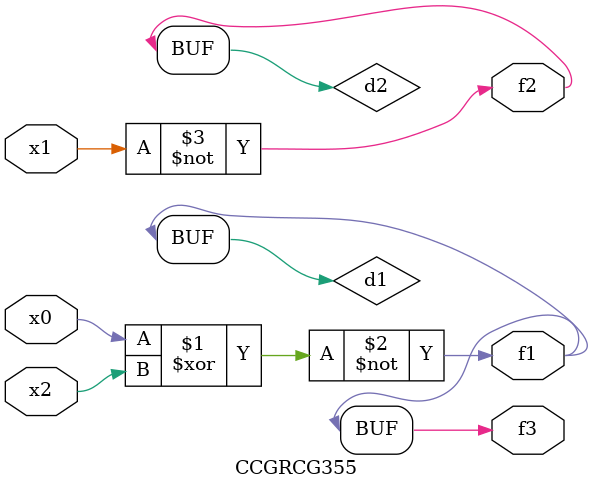
<source format=v>
module CCGRCG355(
	input x0, x1, x2,
	output f1, f2, f3
);

	wire d1, d2, d3;

	xnor (d1, x0, x2);
	nand (d2, x1);
	nor (d3, x1, x2);
	assign f1 = d1;
	assign f2 = d2;
	assign f3 = d1;
endmodule

</source>
